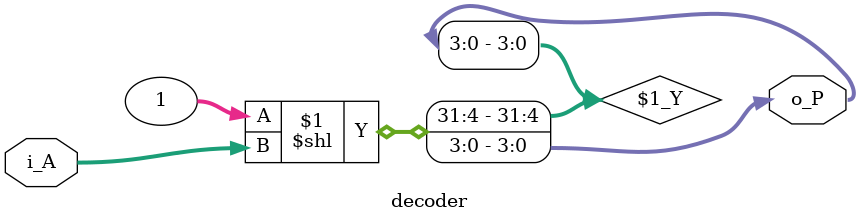
<source format=v>

module decoder #(parameter WIDTH=4)(input [WIDTH>>2:0] i_A,
		output [WIDTH-1:0] o_P);


assign o_P = 1 << i_A;

/*
always @(*)
begin
	o_P = 1 << i_A;
end
*/
endmodule

</source>
